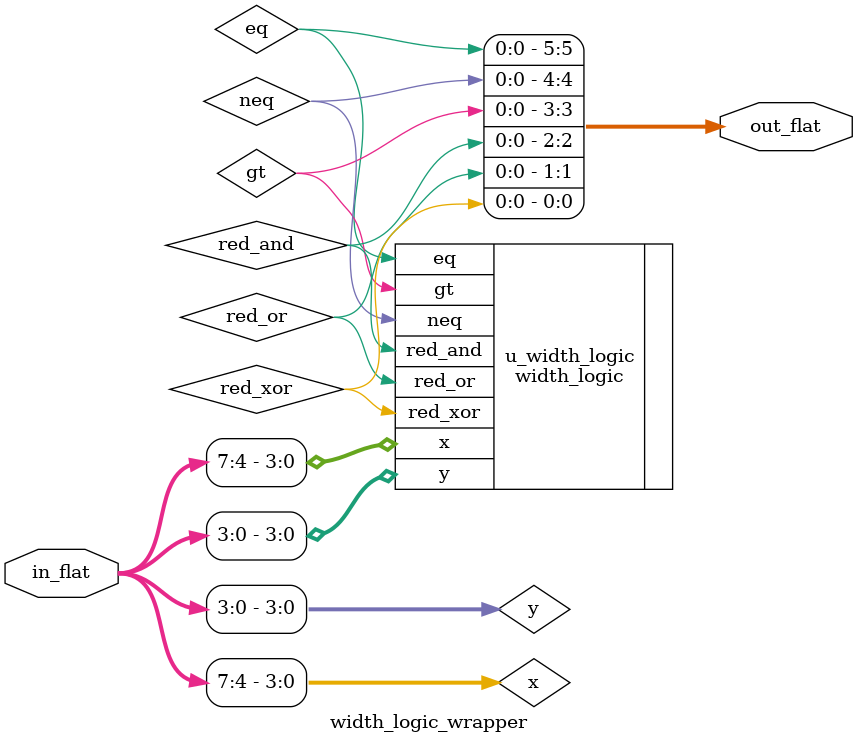
<source format=sv>
module width_logic_wrapper (
    input  wire [7:0] in_flat,
    output wire [5:0] out_flat
);

  // Slice `in_flat` into original inputs
  wire [3:0] x = in_flat[7:4];
  wire [3:0] y = in_flat[3:0];

  // Wires to capture original module outputs
  wire eq;
  wire neq;
  wire gt;
  wire red_and;
  wire red_or;
  wire red_xor;

  // Instantiate the original module
  width_logic u_width_logic (
    .x(x),
    .y(y),
    .eq(eq),
    .neq(neq),
    .gt(gt),
    .red_and(red_and),
    .red_or(red_or),
    .red_xor(red_xor)
  );

  // Pack original outputs into `out_flat`
  assign out_flat[5] = eq;
  assign out_flat[4] = neq;
  assign out_flat[3] = gt;
  assign out_flat[2] = red_and;
  assign out_flat[1] = red_or;
  assign out_flat[0] = red_xor;

endmodule  // width_logic_wrapper
</source>
